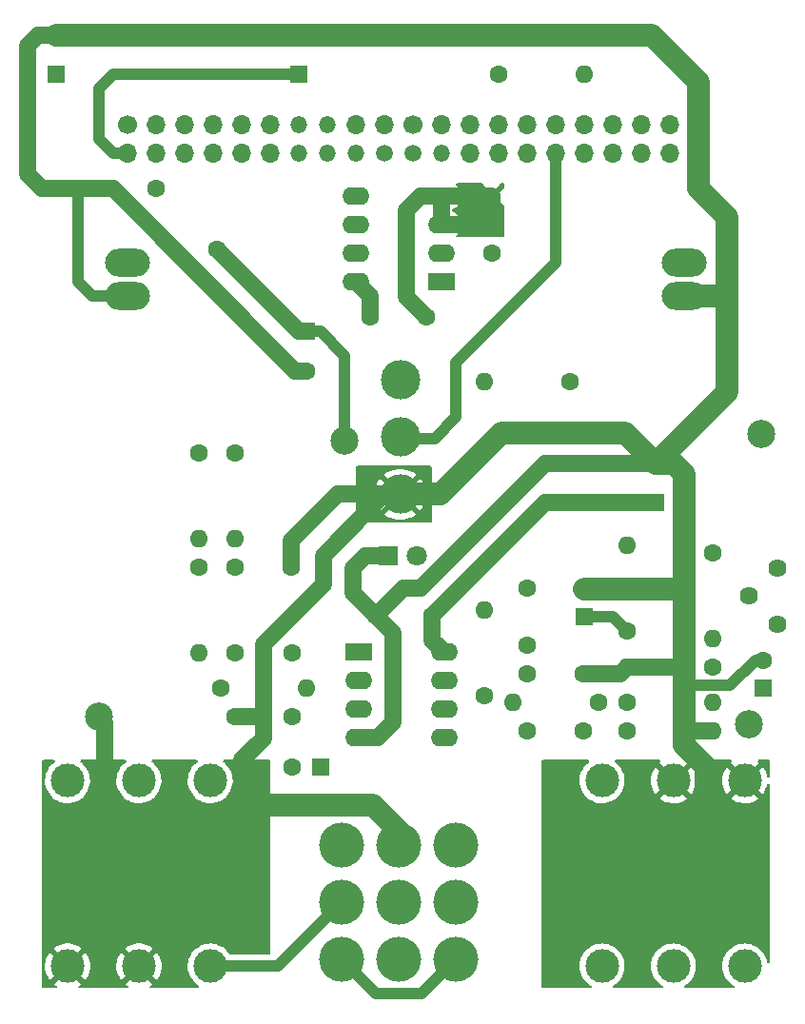
<source format=gbr>
%TF.GenerationSoftware,KiCad,Pcbnew,(6.0.6-0)*%
%TF.CreationDate,2022-07-13T00:54:31+01:00*%
%TF.ProjectId,pedal-pi-Robin,70656461-6c2d-4706-992d-526f62696e2e,rev?*%
%TF.SameCoordinates,Original*%
%TF.FileFunction,Copper,L2,Bot*%
%TF.FilePolarity,Positive*%
%FSLAX46Y46*%
G04 Gerber Fmt 4.6, Leading zero omitted, Abs format (unit mm)*
G04 Created by KiCad (PCBNEW (6.0.6-0)) date 2022-07-13 00:54:31*
%MOMM*%
%LPD*%
G01*
G04 APERTURE LIST*
G04 Aperture macros list*
%AMHorizOval*
0 Thick line with rounded ends*
0 $1 width*
0 $2 $3 position (X,Y) of the first rounded end (center of the circle)*
0 $4 $5 position (X,Y) of the second rounded end (center of the circle)*
0 Add line between two ends*
20,1,$1,$2,$3,$4,$5,0*
0 Add two circle primitives to create the rounded ends*
1,1,$1,$2,$3*
1,1,$1,$4,$5*%
G04 Aperture macros list end*
%TA.AperFunction,ComponentPad*%
%ADD10C,1.600000*%
%TD*%
%TA.AperFunction,ComponentPad*%
%ADD11R,1.600000X1.600000*%
%TD*%
%TA.AperFunction,ComponentPad*%
%ADD12C,1.500000*%
%TD*%
%TA.AperFunction,ComponentPad*%
%ADD13O,1.500000X1.500000*%
%TD*%
%TA.AperFunction,ComponentPad*%
%ADD14O,1.700000X1.700000*%
%TD*%
%TA.AperFunction,ComponentPad*%
%ADD15C,1.700000*%
%TD*%
%TA.AperFunction,ComponentPad*%
%ADD16R,1.800000X1.800000*%
%TD*%
%TA.AperFunction,ComponentPad*%
%ADD17C,1.800000*%
%TD*%
%TA.AperFunction,ComponentPad*%
%ADD18C,2.499360*%
%TD*%
%TA.AperFunction,ComponentPad*%
%ADD19R,2.400000X1.600000*%
%TD*%
%TA.AperFunction,ComponentPad*%
%ADD20O,2.400000X1.600000*%
%TD*%
%TA.AperFunction,ComponentPad*%
%ADD21C,3.000000*%
%TD*%
%TA.AperFunction,ComponentPad*%
%ADD22O,1.600000X1.600000*%
%TD*%
%TA.AperFunction,ComponentPad*%
%ADD23HorizOval,1.600000X0.000000X0.000000X0.000000X0.000000X0*%
%TD*%
%TA.AperFunction,ComponentPad*%
%ADD24O,4.000000X2.500000*%
%TD*%
%TA.AperFunction,ComponentPad*%
%ADD25C,3.500000*%
%TD*%
%TA.AperFunction,ComponentPad*%
%ADD26C,1.620000*%
%TD*%
%TA.AperFunction,ComponentPad*%
%ADD27C,4.000000*%
%TD*%
%TA.AperFunction,Conductor*%
%ADD28C,1.500000*%
%TD*%
%TA.AperFunction,Conductor*%
%ADD29C,1.000000*%
%TD*%
%TA.AperFunction,Conductor*%
%ADD30C,2.000000*%
%TD*%
G04 APERTURE END LIST*
D10*
%TO.P,C1,1*%
%TO.N,/FX In*%
X157480000Y-119380000D03*
%TO.P,C1,2*%
%TO.N,Net-(C1-Pad2)*%
X162480000Y-119380000D03*
%TD*%
%TO.P,C2,1*%
%TO.N,Net-(C2-Pad1)*%
X157480000Y-114300000D03*
%TO.P,C2,2*%
%TO.N,GND*%
X162480000Y-114300000D03*
%TD*%
D11*
%TO.P,C3,1*%
%TO.N,Net-(C3-Pad1)*%
X162560000Y-109220000D03*
D10*
%TO.P,C3,2*%
%TO.N,GND*%
X162560000Y-106720000D03*
%TD*%
%TO.P,C4,1*%
%TO.N,/ADC0*%
X154305000Y-76835000D03*
%TO.P,C4,2*%
%TO.N,GND*%
X154305000Y-71835000D03*
%TD*%
%TO.P,C5,1*%
%TO.N,/ADC0*%
X157480000Y-106680000D03*
%TO.P,C5,2*%
%TO.N,Net-(C5-Pad2)*%
X157480000Y-111680000D03*
%TD*%
%TO.P,C6,1*%
%TO.N,Net-(C6-Pad1)*%
X131445000Y-104775000D03*
%TO.P,C6,2*%
%TO.N,GND*%
X136445000Y-104775000D03*
%TD*%
%TO.P,C7,1*%
%TO.N,Net-(C7-Pad1)*%
X136525000Y-118110000D03*
%TO.P,C7,2*%
%TO.N,GND*%
X131525000Y-118110000D03*
%TD*%
%TO.P,C8,1*%
%TO.N,Net-(C8-Pad1)*%
X136525000Y-112395000D03*
%TO.P,C8,2*%
%TO.N,Net-(C8-Pad2)*%
X131525000Y-112395000D03*
%TD*%
D11*
%TO.P,C9,1*%
%TO.N,Net-(C8-Pad1)*%
X139065000Y-122555000D03*
D10*
%TO.P,C9,2*%
%TO.N,/FX Out*%
X136565000Y-122555000D03*
%TD*%
%TO.P,C10,1*%
%TO.N,+5VA*%
X149047200Y-109131100D03*
%TO.P,C10,2*%
%TO.N,GND*%
X144047200Y-109131100D03*
%TD*%
D11*
%TO.P,C11,1*%
%TO.N,+5V*%
X137160000Y-60960000D03*
D10*
%TO.P,C11,2*%
%TO.N,GND*%
X137160000Y-57460000D03*
%TD*%
D11*
%TO.P,C12,1*%
%TO.N,+5VA*%
X168910000Y-99060000D03*
D10*
%TO.P,C12,2*%
%TO.N,GND*%
X168910000Y-95560000D03*
%TD*%
D11*
%TO.P,C13,1*%
%TO.N,+3V3*%
X115570000Y-60960000D03*
D10*
%TO.P,C13,2*%
%TO.N,GND*%
X115570000Y-57460000D03*
%TD*%
D11*
%TO.P,C14,1*%
%TO.N,+3.3VADC*%
X137795000Y-83820000D03*
D10*
%TO.P,C14,2*%
%TO.N,GND*%
X137795000Y-87320000D03*
%TD*%
%TO.P,C15,1*%
%TO.N,+3.3VADC*%
X143510000Y-82550000D03*
%TO.P,C15,2*%
%TO.N,GND*%
X148510000Y-82550000D03*
%TD*%
D11*
%TO.P,C16,1*%
%TO.N,+1V5*%
X178435000Y-115570000D03*
D10*
%TO.P,C16,2*%
%TO.N,GND*%
X178435000Y-113070000D03*
%TD*%
D12*
%TO.P,CONN1,1*%
%TO.N,Net-(CONN1-Pad1)*%
X144780000Y-67945000D03*
D13*
%TO.P,CONN1,2*%
%TO.N,Net-(CONN1-Pad2)*%
X142240000Y-67945000D03*
%TO.P,CONN1,3*%
%TO.N,Net-(CONN1-Pad3)*%
X139700000Y-67945000D03*
%TO.P,CONN1,4*%
%TO.N,Net-(CONN1-Pad4)*%
X137160000Y-67945000D03*
D14*
%TO.P,CONN1,5*%
%TO.N,/PWM0*%
X134620000Y-67945000D03*
%TO.P,CONN1,6*%
%TO.N,/GPIO15*%
X132080000Y-67945000D03*
%TO.P,CONN1,7*%
%TO.N,/GPIO14*%
X129540000Y-67945000D03*
%TO.P,CONN1,8*%
%TO.N,Net-(CONN1-Pad8)*%
X127000000Y-67945000D03*
%TO.P,CONN1,9*%
%TO.N,Net-(CONN1-Pad9)*%
X124460000Y-67945000D03*
%TO.P,CONN1,10*%
%TO.N,+5V*%
X121920000Y-67945000D03*
%TD*%
D12*
%TO.P,CONN2,1*%
%TO.N,Net-(CONN2-Pad1)*%
X147320000Y-67945000D03*
D13*
%TO.P,CONN2,2*%
%TO.N,/SPI_CS*%
X149860000Y-67945000D03*
D14*
%TO.P,CONN2,3*%
%TO.N,Net-(CONN2-Pad3)*%
X152400000Y-67945000D03*
%TO.P,CONN2,4*%
%TO.N,Net-(CONN2-Pad4)*%
X154940000Y-67945000D03*
%TO.P,CONN2,5*%
%TO.N,Net-(CONN2-Pad5)*%
X157480000Y-67945000D03*
%TO.P,CONN2,6*%
%TO.N,/GPIO12*%
X160020000Y-67945000D03*
%TO.P,CONN2,7*%
%TO.N,Net-(CONN2-Pad7)*%
X162560000Y-67945000D03*
%TO.P,CONN2,8*%
%TO.N,/GPIO16*%
X165100000Y-67945000D03*
%TO.P,CONN2,9*%
%TO.N,/GPIO20*%
X167640000Y-67945000D03*
%TO.P,CONN2,10*%
%TO.N,Net-(CONN2-Pad10)*%
X170180000Y-67945000D03*
%TD*%
D15*
%TO.P,CONN3,1*%
%TO.N,+3V3*%
X121920000Y-65405000D03*
D14*
%TO.P,CONN3,2*%
%TO.N,Net-(CONN3-Pad2)*%
X124460000Y-65405000D03*
%TO.P,CONN3,3*%
%TO.N,Net-(CONN3-Pad3)*%
X127000000Y-65405000D03*
%TO.P,CONN3,4*%
%TO.N,Net-(CONN3-Pad4)*%
X129540000Y-65405000D03*
%TO.P,CONN3,5*%
%TO.N,GND*%
X132080000Y-65405000D03*
%TO.P,CONN3,6*%
%TO.N,Net-(CONN3-Pad6)*%
X134620000Y-65405000D03*
D13*
%TO.P,CONN3,7*%
%TO.N,Net-(CONN3-Pad7)*%
X137160000Y-65405000D03*
%TO.P,CONN3,8*%
%TO.N,Net-(CONN3-Pad8)*%
X139700000Y-65405000D03*
D14*
%TO.P,CONN3,9*%
%TO.N,Net-(CONN3-Pad9)*%
X142240000Y-65405000D03*
%TO.P,CONN3,10*%
%TO.N,/SPI_MOSI*%
X144780000Y-65405000D03*
%TD*%
D15*
%TO.P,CONN4,1*%
%TO.N,/SPI_MISO*%
X147320000Y-65405000D03*
D14*
%TO.P,CONN4,2*%
%TO.N,/SPI_CLK*%
X149860000Y-65405000D03*
%TO.P,CONN4,3*%
%TO.N,Net-(CONN4-Pad3)*%
X152400000Y-65405000D03*
%TO.P,CONN4,4*%
%TO.N,Net-(CONN4-Pad4)*%
X154940000Y-65405000D03*
%TO.P,CONN4,5*%
%TO.N,Net-(CONN4-Pad5)*%
X157480000Y-65405000D03*
%TO.P,CONN4,6*%
%TO.N,Net-(CONN4-Pad6)*%
X160020000Y-65405000D03*
%TO.P,CONN4,7*%
%TO.N,/PWM1*%
X162560000Y-65405000D03*
%TO.P,CONN4,8*%
%TO.N,Net-(CONN4-Pad8)*%
X165100000Y-65405000D03*
%TO.P,CONN4,9*%
%TO.N,Net-(CONN4-Pad9)*%
X167640000Y-65405000D03*
%TO.P,CONN4,10*%
%TO.N,Net-(CONN4-Pad10)*%
X170180000Y-65405000D03*
%TD*%
D16*
%TO.P,D3,1*%
%TO.N,GND*%
X145135600Y-103797100D03*
D17*
%TO.P,D3,2*%
%TO.N,Net-(D3-Pad2)*%
X147675600Y-103797100D03*
%TD*%
D18*
%TO.P,GND,1*%
%TO.N,GND*%
X119380000Y-118110000D03*
%TD*%
%TO.P,+1V6,1*%
%TO.N,+1V5*%
X177165000Y-118745000D03*
%TD*%
%TO.P,+5v,1*%
%TO.N,+5VA*%
X178308000Y-92964000D03*
%TD*%
%TO.P,+3v3,1*%
%TO.N,+3.3VADC*%
X141224000Y-93484700D03*
%TD*%
D19*
%TO.P,U1,1*%
%TO.N,Net-(C8-Pad1)*%
X142468600Y-112331500D03*
D20*
%TO.P,U1,2*%
X142468600Y-114871500D03*
%TO.P,U1,3*%
%TO.N,Net-(C7-Pad1)*%
X142468600Y-117411500D03*
%TO.P,U1,4*%
%TO.N,GND*%
X142468600Y-119951500D03*
%TO.P,U1,5*%
%TO.N,Net-(C2-Pad1)*%
X150088600Y-119951500D03*
%TO.P,U1,6*%
%TO.N,Net-(C5-Pad2)*%
X150088600Y-117411500D03*
%TO.P,U1,7*%
%TO.N,/ADC0*%
X150088600Y-114871500D03*
%TO.P,U1,8*%
%TO.N,+5VA*%
X150088600Y-112331500D03*
%TD*%
D19*
%TO.P,U2,1*%
%TO.N,/SPI_CS*%
X149860000Y-79375000D03*
D20*
%TO.P,U2,2*%
%TO.N,/ADC0*%
X149860000Y-76835000D03*
%TO.P,U2,3*%
%TO.N,GND*%
X149860000Y-74295000D03*
%TO.P,U2,4*%
X149860000Y-71755000D03*
%TO.P,U2,5*%
%TO.N,/SPI_MOSI*%
X142240000Y-71755000D03*
%TO.P,U2,6*%
%TO.N,/SPI_MISO*%
X142240000Y-74295000D03*
%TO.P,U2,7*%
%TO.N,/SPI_CLK*%
X142240000Y-76835000D03*
%TO.P,U2,8*%
%TO.N,+3.3VADC*%
X142240000Y-79375000D03*
%TD*%
D21*
%TO.P,J1,1*%
%TO.N,/Input Jack*%
X164147000Y-123766500D03*
%TO.P,J1,2*%
%TO.N,GND*%
X170497000Y-123766500D03*
%TO.P,J1,3*%
X176847000Y-123766500D03*
%TO.P,J1,4*%
%TO.N,N/C*%
X164147000Y-140266500D03*
%TO.P,J1,5*%
X170497000Y-140266500D03*
%TO.P,J1,6*%
X176847000Y-140266500D03*
%TD*%
%TO.P,J2,1*%
%TO.N,/Output JAck*%
X129286500Y-140266500D03*
%TO.P,J2,2*%
%TO.N,GND*%
X122936500Y-140266500D03*
%TO.P,J2,3*%
X116586500Y-140266500D03*
%TO.P,J2,4*%
%TO.N,N/C*%
X129286500Y-123766500D03*
%TO.P,J2,5*%
X122936500Y-123766500D03*
%TO.P,J2,6*%
X116586500Y-123766500D03*
%TD*%
D10*
%TO.P,R0,1*%
%TO.N,/FX In*%
X166370000Y-119380000D03*
D22*
%TO.P,R0,2*%
%TO.N,GND*%
X173990000Y-119380000D03*
%TD*%
D10*
%TO.P,R1,1*%
%TO.N,Net-(C1-Pad2)*%
X166370000Y-116840000D03*
D22*
%TO.P,R1,2*%
%TO.N,+1V5*%
X173990000Y-116840000D03*
%TD*%
D10*
%TO.P,R2,1*%
%TO.N,Net-(C1-Pad2)*%
X163830000Y-116840000D03*
D22*
%TO.P,R2,2*%
%TO.N,Net-(C2-Pad1)*%
X156210000Y-116840000D03*
%TD*%
D10*
%TO.P,R3,1*%
%TO.N,Net-(C3-Pad1)*%
X166370000Y-110490000D03*
D22*
%TO.P,R3,2*%
%TO.N,Net-(R3-Pad2)*%
X166370000Y-102870000D03*
%TD*%
D10*
%TO.P,R4,1*%
%TO.N,Net-(C5-Pad2)*%
X153670000Y-116205000D03*
D22*
%TO.P,R4,2*%
%TO.N,/ADC0*%
X153670000Y-108585000D03*
%TD*%
D10*
%TO.P,R6,1*%
%TO.N,/PWM0*%
X128270000Y-94615000D03*
D22*
%TO.P,R6,2*%
%TO.N,Net-(C6-Pad1)*%
X128270000Y-102235000D03*
%TD*%
D10*
%TO.P,R7,1*%
%TO.N,/PWM1*%
X131445000Y-94615000D03*
D22*
%TO.P,R7,2*%
%TO.N,Net-(C6-Pad1)*%
X131445000Y-102235000D03*
%TD*%
D10*
%TO.P,R9,1*%
%TO.N,Net-(C6-Pad1)*%
X128270000Y-104775000D03*
D22*
%TO.P,R9,2*%
%TO.N,Net-(C8-Pad2)*%
X128270000Y-112395000D03*
%TD*%
D10*
%TO.P,R10,1*%
%TO.N,Net-(C8-Pad2)*%
X130175000Y-115570000D03*
D22*
%TO.P,R10,2*%
%TO.N,Net-(C7-Pad1)*%
X137795000Y-115570000D03*
%TD*%
D10*
%TO.P,R11,1*%
%TO.N,+5VA*%
X173990000Y-103505000D03*
D22*
%TO.P,R11,2*%
%TO.N,+1V5*%
X173990000Y-111125000D03*
%TD*%
D10*
%TO.P,R12,1*%
%TO.N,+1V5*%
X173990000Y-113665000D03*
D22*
%TO.P,R12,2*%
%TO.N,GND*%
X166370000Y-113665000D03*
%TD*%
D10*
%TO.P,R13,1*%
%TO.N,+5V*%
X154940000Y-60960000D03*
D22*
%TO.P,R13,2*%
%TO.N,+5VA*%
X162560000Y-60960000D03*
%TD*%
D10*
%TO.P,R14,1*%
%TO.N,+3V3*%
X124460000Y-71120000D03*
D23*
%TO.P,R14,2*%
%TO.N,+3.3VADC*%
X129848154Y-76508154D03*
%TD*%
D10*
%TO.P,R15,1*%
%TO.N,/GPIO16*%
X161290000Y-88265000D03*
D22*
%TO.P,R15,2*%
%TO.N,Net-(D3-Pad2)*%
X153670000Y-88265000D03*
%TD*%
D24*
%TO.P,SW2,1*%
%TO.N,/GPIO20*%
X171450000Y-77645000D03*
%TO.P,SW2,2*%
%TO.N,GND*%
X171450000Y-80645000D03*
%TD*%
%TO.P,SW3,1*%
%TO.N,/GPIO14*%
X121920000Y-77645000D03*
%TO.P,SW3,2*%
%TO.N,GND*%
X121920000Y-80645000D03*
%TD*%
D25*
%TO.P,SW4,1*%
%TO.N,Net-(SW4-Pad1)*%
X146177000Y-88138000D03*
%TO.P,SW4,2*%
%TO.N,/GPIO12*%
X146177000Y-93218000D03*
%TO.P,SW4,3*%
%TO.N,GND*%
X146177000Y-98298000D03*
%TD*%
D26*
%TO.P,RV1,1*%
%TO.N,Net-(C5-Pad2)*%
X179705000Y-109855000D03*
%TO.P,RV1,2*%
X177205000Y-107355000D03*
%TO.P,RV1,3*%
%TO.N,Net-(R3-Pad2)*%
X179705000Y-104855000D03*
%TD*%
D27*
%TO.P,SW1,1*%
%TO.N,/FX Out*%
X140970000Y-129540000D03*
%TO.P,SW1,2*%
%TO.N,/Output JAck*%
X140970000Y-134620000D03*
%TO.P,SW1,3*%
%TO.N,/Bypass*%
X140970000Y-139700000D03*
%TO.P,SW1,4*%
%TO.N,GND*%
X146050000Y-129540000D03*
%TO.P,SW1,5*%
%TO.N,/GPIO15*%
X146050000Y-134620000D03*
%TO.P,SW1,6*%
%TO.N,Net-(SW1-Pad6)*%
X146050000Y-139700000D03*
%TO.P,SW1,7*%
%TO.N,/FX In*%
X151130000Y-129540000D03*
%TO.P,SW1,8*%
%TO.N,/Input Jack*%
X151130000Y-134620000D03*
%TO.P,SW1,9*%
%TO.N,/Bypass*%
X151130000Y-139700000D03*
%TD*%
D28*
%TO.N,GND*%
X113990000Y-57460000D02*
X113030000Y-58420000D01*
X113030000Y-58420000D02*
X113030000Y-69850000D01*
X113030000Y-69850000D02*
X114300000Y-71120000D01*
X114300000Y-71120000D02*
X117475000Y-71120000D01*
X120650000Y-71120000D02*
X136850000Y-87320000D01*
X136850000Y-87320000D02*
X137795000Y-87320000D01*
D29*
X118745000Y-80645000D02*
X117475000Y-79375000D01*
X117475000Y-79375000D02*
X117475000Y-71120000D01*
D28*
X117475000Y-71120000D02*
X120650000Y-71120000D01*
D30*
X168585000Y-57460000D02*
X172720000Y-61595000D01*
X172720000Y-61595000D02*
X172720000Y-71120000D01*
X172720000Y-71120000D02*
X175260000Y-73660000D01*
X175260000Y-73660000D02*
X175260000Y-80645000D01*
X175260000Y-89210000D02*
X168910000Y-95560000D01*
X175260000Y-80645000D02*
X175260000Y-89210000D01*
X170490000Y-95560000D02*
X171450000Y-96520000D01*
X171450000Y-96520000D02*
X171450000Y-101600000D01*
X171450000Y-120650000D02*
X173355000Y-122555000D01*
X173355000Y-122555000D02*
X173355000Y-125095000D01*
D28*
X171450000Y-119380000D02*
X172085000Y-119380000D01*
X172085000Y-119380000D02*
X171450000Y-119380000D01*
D30*
X171450000Y-119380000D02*
X171450000Y-120650000D01*
D28*
X165735000Y-114300000D02*
X166370000Y-113665000D01*
D30*
X171450000Y-113665000D02*
X171450000Y-115316000D01*
D28*
X159075000Y-95560000D02*
X147955000Y-106680000D01*
X147955000Y-106680000D02*
X146498300Y-106680000D01*
X146498300Y-106680000D02*
X144047200Y-109131100D01*
X133985000Y-120015000D02*
X132080000Y-121920000D01*
X132080000Y-121920000D02*
X132080000Y-125730000D01*
X132080000Y-125730000D02*
X130810000Y-127000000D01*
X147955000Y-71755000D02*
X146685000Y-73025000D01*
X146685000Y-73025000D02*
X146685000Y-80725000D01*
X146685000Y-80725000D02*
X148510000Y-82550000D01*
X154225000Y-71755000D02*
X154305000Y-71835000D01*
X154305000Y-74295000D02*
X154305000Y-71835000D01*
X143090900Y-103797100D02*
X141986000Y-104902000D01*
X141986000Y-104902000D02*
X141986000Y-107069900D01*
X141986000Y-107069900D02*
X144047200Y-109131100D01*
X145542000Y-110625900D02*
X145542000Y-118618000D01*
X145542000Y-118618000D02*
X144208500Y-119951500D01*
X144208500Y-119951500D02*
X142468600Y-119951500D01*
D30*
X171450000Y-106720000D02*
X171450000Y-106680000D01*
X171450000Y-106680000D02*
X171450000Y-113665000D01*
D29*
X177760000Y-113070000D02*
X175514000Y-115316000D01*
X175514000Y-115316000D02*
X171450000Y-115316000D01*
X171450000Y-115316000D02*
X171704000Y-115316000D01*
X171704000Y-115316000D02*
X171450000Y-115316000D01*
D30*
X171450000Y-115316000D02*
X171450000Y-119380000D01*
X146050000Y-128270000D02*
X143764000Y-125984000D01*
X143764000Y-125984000D02*
X132334000Y-125984000D01*
X132334000Y-125984000D02*
X132080000Y-125730000D01*
D28*
X133985000Y-118110000D02*
X133350000Y-118110000D01*
X133350000Y-118110000D02*
X133985000Y-118110000D01*
X133985000Y-118110000D02*
X133985000Y-120015000D01*
D30*
X166187000Y-92837000D02*
X155194000Y-92837000D01*
X155194000Y-92837000D02*
X149733000Y-98298000D01*
X149733000Y-98298000D02*
X146177000Y-98298000D01*
D28*
X133985000Y-111633000D02*
X139319000Y-106299000D01*
X139319000Y-106299000D02*
X139319000Y-103759000D01*
X139319000Y-103759000D02*
X143510000Y-99568000D01*
X144780000Y-98298000D02*
X146177000Y-98298000D01*
X136445000Y-102442000D02*
X140589000Y-98298000D01*
X140589000Y-98298000D02*
X143002000Y-98298000D01*
X143002000Y-98298000D02*
X146177000Y-98298000D01*
X143510000Y-99568000D02*
X144780000Y-98298000D01*
X119888000Y-118618000D02*
X119888000Y-125730000D01*
X119380000Y-118110000D02*
X119888000Y-118618000D01*
X149860000Y-71755000D02*
X147955000Y-71755000D01*
X115570000Y-57460000D02*
X113990000Y-57460000D01*
D30*
X171450000Y-80645000D02*
X175260000Y-80645000D01*
D28*
X145135600Y-103797100D02*
X143090900Y-103797100D01*
D30*
X168910000Y-95560000D02*
X170490000Y-95560000D01*
D28*
X149860000Y-71755000D02*
X154225000Y-71755000D01*
D30*
X146050000Y-129540000D02*
X146050000Y-128270000D01*
D28*
X149860000Y-74295000D02*
X154305000Y-74295000D01*
X149860000Y-74295000D02*
X149860000Y-71755000D01*
X131525000Y-118110000D02*
X133985000Y-118110000D01*
X166370000Y-113665000D02*
X171450000Y-113665000D01*
D30*
X171450000Y-101600000D02*
X171450000Y-106680000D01*
D28*
X162480000Y-114300000D02*
X165735000Y-114300000D01*
X173990000Y-119380000D02*
X171450000Y-119380000D01*
D29*
X121920000Y-80645000D02*
X118745000Y-80645000D01*
D30*
X162560000Y-106720000D02*
X171450000Y-106720000D01*
D29*
X178435000Y-113070000D02*
X177760000Y-113070000D01*
D30*
X168910000Y-95560000D02*
X166187000Y-92837000D01*
D28*
X168910000Y-95560000D02*
X159075000Y-95560000D01*
X136445000Y-104775000D02*
X136445000Y-102442000D01*
D30*
X137160000Y-57460000D02*
X168585000Y-57460000D01*
D28*
X144047200Y-109131100D02*
X145542000Y-110625900D01*
X133985000Y-118110000D02*
X133985000Y-111633000D01*
D30*
X115570000Y-57460000D02*
X137160000Y-57460000D01*
D29*
%TO.N,Net-(C3-Pad1)*%
X165100000Y-109220000D02*
X166370000Y-110490000D01*
X162560000Y-109220000D02*
X165100000Y-109220000D01*
D28*
%TO.N,+5VA*%
X159118300Y-99060000D02*
X149047200Y-109131100D01*
X149047200Y-111290100D02*
X150088600Y-112331500D01*
X168910000Y-99060000D02*
X159118300Y-99060000D01*
X149047200Y-109131100D02*
X149047200Y-111290100D01*
D29*
%TO.N,+5V*%
X120650000Y-60960000D02*
X119380000Y-62230000D01*
X119380000Y-62230000D02*
X119380000Y-66675000D01*
X119380000Y-66675000D02*
X120650000Y-67945000D01*
X120650000Y-67945000D02*
X121920000Y-67945000D01*
X137160000Y-60960000D02*
X120650000Y-60960000D01*
%TO.N,+3.3VADC*%
X141224000Y-85979000D02*
X139065000Y-83820000D01*
X139065000Y-83820000D02*
X137795000Y-83820000D01*
D28*
X137160000Y-83820000D02*
X129848154Y-76508154D01*
X143510000Y-80645000D02*
X142240000Y-79375000D01*
X137795000Y-83820000D02*
X137160000Y-83820000D01*
X143510000Y-82550000D02*
X143510000Y-80645000D01*
D29*
X141224000Y-93484700D02*
X141224000Y-85979000D01*
%TO.N,/GPIO12*%
X149225000Y-93345000D02*
X151130000Y-91440000D01*
X151130000Y-91440000D02*
X151130000Y-86614000D01*
X151130000Y-86614000D02*
X160020000Y-77724000D01*
X160020000Y-77724000D02*
X160020000Y-67945000D01*
X146050000Y-93345000D02*
X149225000Y-93345000D01*
%TO.N,/Output JAck*%
X135323500Y-140266500D02*
X140970000Y-134620000D01*
X129286500Y-140266500D02*
X135323500Y-140266500D01*
%TO.N,/Bypass*%
X144018000Y-142748000D02*
X148082000Y-142748000D01*
X148082000Y-142748000D02*
X151130000Y-139700000D01*
X140970000Y-139700000D02*
X144018000Y-142748000D01*
%TD*%
%TA.AperFunction,Conductor*%
%TO.N,GND*%
G36*
X115404583Y-121940002D02*
G01*
X115451076Y-121993658D01*
X115461180Y-122063932D01*
X115431686Y-122128512D01*
X115409720Y-122148515D01*
X115308076Y-122221151D01*
X115304849Y-122224229D01*
X115304847Y-122224231D01*
X115265182Y-122262070D01*
X115103088Y-122416699D01*
X114927699Y-122639180D01*
X114897112Y-122691840D01*
X114787641Y-122880307D01*
X114787638Y-122880313D01*
X114785407Y-122884154D01*
X114679052Y-123146732D01*
X114677981Y-123151045D01*
X114677979Y-123151050D01*
X114664093Y-123206953D01*
X114610755Y-123421677D01*
X114610301Y-123426105D01*
X114610301Y-123426107D01*
X114604379Y-123483907D01*
X114581880Y-123703502D01*
X114593002Y-123986584D01*
X114643900Y-124265275D01*
X114733558Y-124534014D01*
X114860187Y-124787439D01*
X115021261Y-125020493D01*
X115213565Y-125228527D01*
X115217019Y-125231339D01*
X115429807Y-125404575D01*
X115429811Y-125404578D01*
X115433264Y-125407389D01*
X115675972Y-125553512D01*
X115680067Y-125555246D01*
X115680069Y-125555247D01*
X115932747Y-125662242D01*
X115932754Y-125662244D01*
X115936848Y-125663978D01*
X116036992Y-125690531D01*
X116206389Y-125735446D01*
X116206393Y-125735447D01*
X116210686Y-125736585D01*
X116215095Y-125737107D01*
X116215101Y-125737108D01*
X116372453Y-125755732D01*
X116492023Y-125769884D01*
X116775245Y-125763209D01*
X116779643Y-125762477D01*
X117050310Y-125717426D01*
X117050314Y-125717425D01*
X117054700Y-125716695D01*
X117058941Y-125715354D01*
X117058944Y-125715353D01*
X117320568Y-125632612D01*
X117320570Y-125632611D01*
X117324814Y-125631269D01*
X117328825Y-125629343D01*
X117328830Y-125629341D01*
X117576178Y-125510566D01*
X117576179Y-125510565D01*
X117580197Y-125508636D01*
X117728281Y-125409690D01*
X117812045Y-125353721D01*
X117812049Y-125353718D01*
X117815753Y-125351243D01*
X118026781Y-125162230D01*
X118209073Y-124945368D01*
X118358989Y-124704985D01*
X118473540Y-124445876D01*
X118550439Y-124173212D01*
X118588152Y-123892433D01*
X118592110Y-123766500D01*
X118572101Y-123483907D01*
X118558704Y-123421677D01*
X118513411Y-123211300D01*
X118513411Y-123211298D01*
X118512475Y-123206953D01*
X118414420Y-122941163D01*
X118279893Y-122691840D01*
X118111578Y-122463960D01*
X118065054Y-122416699D01*
X117915965Y-122265251D01*
X117912834Y-122262070D01*
X117909294Y-122259369D01*
X117909288Y-122259363D01*
X117760960Y-122146163D01*
X117718943Y-122088935D01*
X117714535Y-122018075D01*
X117749138Y-121956081D01*
X117811763Y-121922636D01*
X117837402Y-121920000D01*
X121686462Y-121920000D01*
X121754583Y-121940002D01*
X121801076Y-121993658D01*
X121811180Y-122063932D01*
X121781686Y-122128512D01*
X121759720Y-122148515D01*
X121658076Y-122221151D01*
X121654849Y-122224229D01*
X121654847Y-122224231D01*
X121615182Y-122262070D01*
X121453088Y-122416699D01*
X121277699Y-122639180D01*
X121247112Y-122691840D01*
X121137641Y-122880307D01*
X121137638Y-122880313D01*
X121135407Y-122884154D01*
X121029052Y-123146732D01*
X121027981Y-123151045D01*
X121027979Y-123151050D01*
X121014093Y-123206953D01*
X120960755Y-123421677D01*
X120960301Y-123426105D01*
X120960301Y-123426107D01*
X120954379Y-123483907D01*
X120931880Y-123703502D01*
X120943002Y-123986584D01*
X120993900Y-124265275D01*
X121083558Y-124534014D01*
X121210187Y-124787439D01*
X121371261Y-125020493D01*
X121563565Y-125228527D01*
X121567019Y-125231339D01*
X121779807Y-125404575D01*
X121779811Y-125404578D01*
X121783264Y-125407389D01*
X122025972Y-125553512D01*
X122030067Y-125555246D01*
X122030069Y-125555247D01*
X122282747Y-125662242D01*
X122282754Y-125662244D01*
X122286848Y-125663978D01*
X122386992Y-125690531D01*
X122556389Y-125735446D01*
X122556393Y-125735447D01*
X122560686Y-125736585D01*
X122565095Y-125737107D01*
X122565101Y-125737108D01*
X122722453Y-125755732D01*
X122842023Y-125769884D01*
X123125245Y-125763209D01*
X123129643Y-125762477D01*
X123400310Y-125717426D01*
X123400314Y-125717425D01*
X123404700Y-125716695D01*
X123408941Y-125715354D01*
X123408944Y-125715353D01*
X123670568Y-125632612D01*
X123670570Y-125632611D01*
X123674814Y-125631269D01*
X123678825Y-125629343D01*
X123678830Y-125629341D01*
X123926178Y-125510566D01*
X123926179Y-125510565D01*
X123930197Y-125508636D01*
X124078281Y-125409690D01*
X124162045Y-125353721D01*
X124162049Y-125353718D01*
X124165753Y-125351243D01*
X124376781Y-125162230D01*
X124559073Y-124945368D01*
X124708989Y-124704985D01*
X124823540Y-124445876D01*
X124900439Y-124173212D01*
X124938152Y-123892433D01*
X124942110Y-123766500D01*
X124922101Y-123483907D01*
X124908704Y-123421677D01*
X124863411Y-123211300D01*
X124863411Y-123211298D01*
X124862475Y-123206953D01*
X124764420Y-122941163D01*
X124629893Y-122691840D01*
X124461578Y-122463960D01*
X124415054Y-122416699D01*
X124265965Y-122265251D01*
X124262834Y-122262070D01*
X124259294Y-122259369D01*
X124259288Y-122259363D01*
X124110960Y-122146163D01*
X124068943Y-122088935D01*
X124064535Y-122018075D01*
X124099138Y-121956081D01*
X124161763Y-121922636D01*
X124187402Y-121920000D01*
X128036462Y-121920000D01*
X128104583Y-121940002D01*
X128151076Y-121993658D01*
X128161180Y-122063932D01*
X128131686Y-122128512D01*
X128109720Y-122148515D01*
X128008076Y-122221151D01*
X128004849Y-122224229D01*
X128004847Y-122224231D01*
X127965182Y-122262070D01*
X127803088Y-122416699D01*
X127627699Y-122639180D01*
X127597112Y-122691840D01*
X127487641Y-122880307D01*
X127487638Y-122880313D01*
X127485407Y-122884154D01*
X127379052Y-123146732D01*
X127377981Y-123151045D01*
X127377979Y-123151050D01*
X127364093Y-123206953D01*
X127310755Y-123421677D01*
X127310301Y-123426105D01*
X127310301Y-123426107D01*
X127304379Y-123483907D01*
X127281880Y-123703502D01*
X127293002Y-123986584D01*
X127343900Y-124265275D01*
X127433558Y-124534014D01*
X127560187Y-124787439D01*
X127721261Y-125020493D01*
X127913565Y-125228527D01*
X127917019Y-125231339D01*
X128129807Y-125404575D01*
X128129811Y-125404578D01*
X128133264Y-125407389D01*
X128375972Y-125553512D01*
X128380067Y-125555246D01*
X128380069Y-125555247D01*
X128632747Y-125662242D01*
X128632754Y-125662244D01*
X128636848Y-125663978D01*
X128736992Y-125690531D01*
X128906389Y-125735446D01*
X128906393Y-125735447D01*
X128910686Y-125736585D01*
X128915095Y-125737107D01*
X128915101Y-125737108D01*
X129072453Y-125755732D01*
X129192023Y-125769884D01*
X129475245Y-125763209D01*
X129479643Y-125762477D01*
X129750310Y-125717426D01*
X129750314Y-125717425D01*
X129754700Y-125716695D01*
X129758941Y-125715354D01*
X129758944Y-125715353D01*
X130020568Y-125632612D01*
X130020570Y-125632611D01*
X130024814Y-125631269D01*
X130028825Y-125629343D01*
X130028830Y-125629341D01*
X130276178Y-125510566D01*
X130276179Y-125510565D01*
X130280197Y-125508636D01*
X130428281Y-125409690D01*
X130512045Y-125353721D01*
X130512049Y-125353718D01*
X130515753Y-125351243D01*
X130726781Y-125162230D01*
X130909073Y-124945368D01*
X131058989Y-124704985D01*
X131173540Y-124445876D01*
X131250439Y-124173212D01*
X131288152Y-123892433D01*
X131292110Y-123766500D01*
X131272101Y-123483907D01*
X131258704Y-123421677D01*
X131213411Y-123211300D01*
X131213411Y-123211298D01*
X131212475Y-123206953D01*
X131114420Y-122941163D01*
X130979893Y-122691840D01*
X130811578Y-122463960D01*
X130765054Y-122416699D01*
X130615965Y-122265251D01*
X130612834Y-122262070D01*
X130609294Y-122259369D01*
X130609288Y-122259363D01*
X130460960Y-122146163D01*
X130418943Y-122088935D01*
X130414535Y-122018075D01*
X130449138Y-121956081D01*
X130511763Y-121922636D01*
X130537402Y-121920000D01*
X134494000Y-121920000D01*
X134562121Y-121940002D01*
X134608614Y-121993658D01*
X134620000Y-122046000D01*
X134620000Y-139140000D01*
X134599998Y-139208121D01*
X134546342Y-139254614D01*
X134494000Y-139266000D01*
X131095093Y-139266000D01*
X131026972Y-139245998D01*
X130984207Y-139199835D01*
X130982015Y-139195772D01*
X130982012Y-139195767D01*
X130979893Y-139191840D01*
X130977242Y-139188252D01*
X130977239Y-139188246D01*
X130814231Y-138967552D01*
X130811578Y-138963960D01*
X130765054Y-138916699D01*
X130615965Y-138765251D01*
X130612834Y-138762070D01*
X130609294Y-138759369D01*
X130609288Y-138759363D01*
X130391167Y-138592898D01*
X130391163Y-138592895D01*
X130387626Y-138590196D01*
X130323679Y-138554384D01*
X130144337Y-138453948D01*
X130144332Y-138453945D01*
X130140447Y-138451770D01*
X130136289Y-138450162D01*
X130136284Y-138450159D01*
X129880385Y-138351159D01*
X129880379Y-138351157D01*
X129876230Y-138349552D01*
X129871898Y-138348548D01*
X129871895Y-138348547D01*
X129796641Y-138331104D01*
X129600247Y-138285582D01*
X129318003Y-138261137D01*
X129313568Y-138261381D01*
X129313564Y-138261381D01*
X129039573Y-138276460D01*
X129039566Y-138276461D01*
X129035130Y-138276705D01*
X128897243Y-138304132D01*
X128761646Y-138331104D01*
X128761641Y-138331105D01*
X128757274Y-138331974D01*
X128753071Y-138333450D01*
X128494184Y-138424364D01*
X128494181Y-138424365D01*
X128489976Y-138425842D01*
X128486023Y-138427895D01*
X128486017Y-138427898D01*
X128375934Y-138485082D01*
X128238572Y-138556436D01*
X128234957Y-138559019D01*
X128234951Y-138559023D01*
X128154574Y-138616462D01*
X128008076Y-138721151D01*
X128004849Y-138724229D01*
X128004847Y-138724231D01*
X127965182Y-138762070D01*
X127803088Y-138916699D01*
X127627699Y-139139180D01*
X127576295Y-139227678D01*
X127487641Y-139380307D01*
X127487638Y-139380313D01*
X127485407Y-139384154D01*
X127379052Y-139646732D01*
X127377981Y-139651045D01*
X127377979Y-139651050D01*
X127315620Y-139902092D01*
X127310755Y-139921677D01*
X127281880Y-140203502D01*
X127293002Y-140486584D01*
X127343900Y-140765275D01*
X127345309Y-140769498D01*
X127410141Y-140963823D01*
X127433558Y-141034014D01*
X127435550Y-141038001D01*
X127435551Y-141038003D01*
X127496180Y-141159340D01*
X127560187Y-141287439D01*
X127721261Y-141520493D01*
X127913565Y-141728527D01*
X127917019Y-141731339D01*
X128129807Y-141904575D01*
X128129811Y-141904578D01*
X128133264Y-141907389D01*
X128208992Y-141952981D01*
X128257032Y-142005250D01*
X128270000Y-142060925D01*
X128270000Y-142114000D01*
X128249998Y-142182121D01*
X128196342Y-142228614D01*
X128144000Y-142240000D01*
X124004644Y-142240000D01*
X123936523Y-142219998D01*
X123890030Y-142166342D01*
X123879926Y-142096068D01*
X123909420Y-142031488D01*
X123941073Y-142005212D01*
X124064098Y-141933322D01*
X124071179Y-141928509D01*
X124151155Y-141865801D01*
X124159625Y-141853942D01*
X124153108Y-141842318D01*
X122949312Y-140638522D01*
X122935368Y-140630908D01*
X122933535Y-140631039D01*
X122926920Y-140635290D01*
X121719410Y-141842800D01*
X121712118Y-141856154D01*
X121719173Y-141866127D01*
X121750179Y-141892051D01*
X121757108Y-141897086D01*
X121932746Y-142007263D01*
X121979824Y-142060406D01*
X121990696Y-142130565D01*
X121961912Y-142195465D01*
X121902610Y-142234500D01*
X121865790Y-142240000D01*
X117654644Y-142240000D01*
X117586523Y-142219998D01*
X117540030Y-142166342D01*
X117529926Y-142096068D01*
X117559420Y-142031488D01*
X117591073Y-142005212D01*
X117714098Y-141933322D01*
X117721179Y-141928509D01*
X117801155Y-141865801D01*
X117809625Y-141853942D01*
X117803108Y-141842318D01*
X116599312Y-140638522D01*
X116585368Y-140630908D01*
X116583535Y-140631039D01*
X116576920Y-140635290D01*
X115369410Y-141842800D01*
X115362118Y-141856154D01*
X115369173Y-141866127D01*
X115400179Y-141892051D01*
X115407108Y-141897086D01*
X115582746Y-142007263D01*
X115629824Y-142060406D01*
X115640696Y-142130565D01*
X115611912Y-142195465D01*
X115552610Y-142234500D01*
X115515790Y-142240000D01*
X114426000Y-142240000D01*
X114357879Y-142219998D01*
X114311386Y-142166342D01*
X114300000Y-142114000D01*
X114300000Y-140249704D01*
X114574165Y-140249704D01*
X114589432Y-140514469D01*
X114590505Y-140522970D01*
X114641565Y-140783222D01*
X114643776Y-140791474D01*
X114729684Y-141042394D01*
X114732999Y-141050279D01*
X114852164Y-141287213D01*
X114856520Y-141294579D01*
X114985847Y-141482750D01*
X114996101Y-141491094D01*
X115009842Y-141483948D01*
X116214478Y-140279312D01*
X116220856Y-140267632D01*
X116950908Y-140267632D01*
X116951039Y-140269465D01*
X116955290Y-140276080D01*
X118162230Y-141483020D01*
X118174439Y-141489687D01*
X118185939Y-141480997D01*
X118283331Y-141348413D01*
X118287918Y-141341185D01*
X118414462Y-141108121D01*
X118418030Y-141100327D01*
X118511771Y-140852250D01*
X118514248Y-140844044D01*
X118573454Y-140585538D01*
X118574794Y-140577077D01*
X118598531Y-140311116D01*
X118598777Y-140306177D01*
X118599166Y-140268985D01*
X118599023Y-140264019D01*
X118598047Y-140249704D01*
X120924165Y-140249704D01*
X120939432Y-140514469D01*
X120940505Y-140522970D01*
X120991565Y-140783222D01*
X120993776Y-140791474D01*
X121079684Y-141042394D01*
X121082999Y-141050279D01*
X121202164Y-141287213D01*
X121206520Y-141294579D01*
X121335847Y-141482750D01*
X121346101Y-141491094D01*
X121359842Y-141483948D01*
X122564478Y-140279312D01*
X122570856Y-140267632D01*
X123300908Y-140267632D01*
X123301039Y-140269465D01*
X123305290Y-140276080D01*
X124512230Y-141483020D01*
X124524439Y-141489687D01*
X124535939Y-141480997D01*
X124633331Y-141348413D01*
X124637918Y-141341185D01*
X124764462Y-141108121D01*
X124768030Y-141100327D01*
X124861771Y-140852250D01*
X124864248Y-140844044D01*
X124923454Y-140585538D01*
X124924794Y-140577077D01*
X124948531Y-140311116D01*
X124948777Y-140306177D01*
X124949166Y-140268985D01*
X124949023Y-140264019D01*
X124930862Y-139997623D01*
X124929701Y-139989149D01*
X124875919Y-139729444D01*
X124873620Y-139721209D01*
X124785088Y-139471205D01*
X124781691Y-139463354D01*
X124660050Y-139227678D01*
X124655622Y-139220366D01*
X124536531Y-139050917D01*
X124526009Y-139042537D01*
X124512621Y-139049589D01*
X123308522Y-140253688D01*
X123300908Y-140267632D01*
X122570856Y-140267632D01*
X122572092Y-140265368D01*
X122571961Y-140263535D01*
X122567710Y-140256920D01*
X121360314Y-139049524D01*
X121348304Y-139042966D01*
X121336564Y-139051934D01*
X121228435Y-139202411D01*
X121223918Y-139209696D01*
X121099825Y-139444067D01*
X121096339Y-139451895D01*
X121005200Y-139700946D01*
X121002811Y-139709170D01*
X120946312Y-139968295D01*
X120945063Y-139976750D01*
X120924254Y-140241153D01*
X120924165Y-140249704D01*
X118598047Y-140249704D01*
X118580862Y-139997623D01*
X118579701Y-139989149D01*
X118525919Y-139729444D01*
X118523620Y-139721209D01*
X118435088Y-139471205D01*
X118431691Y-139463354D01*
X118310050Y-139227678D01*
X118305622Y-139220366D01*
X118186531Y-139050917D01*
X118176009Y-139042537D01*
X118162621Y-139049589D01*
X116958522Y-140253688D01*
X116950908Y-140267632D01*
X116220856Y-140267632D01*
X116222092Y-140265368D01*
X116221961Y-140263535D01*
X116217710Y-140256920D01*
X115010314Y-139049524D01*
X114998304Y-139042966D01*
X114986564Y-139051934D01*
X114878435Y-139202411D01*
X114873918Y-139209696D01*
X114749825Y-139444067D01*
X114746339Y-139451895D01*
X114655200Y-139700946D01*
X114652811Y-139709170D01*
X114596312Y-139968295D01*
X114595063Y-139976750D01*
X114574254Y-140241153D01*
X114574165Y-140249704D01*
X114300000Y-140249704D01*
X114300000Y-138679000D01*
X115363084Y-138679000D01*
X115369480Y-138690270D01*
X116573688Y-139894478D01*
X116587632Y-139902092D01*
X116589465Y-139901961D01*
X116596080Y-139897710D01*
X117803104Y-138690686D01*
X117809485Y-138679000D01*
X121713084Y-138679000D01*
X121719480Y-138690270D01*
X122923688Y-139894478D01*
X122937632Y-139902092D01*
X122939465Y-139901961D01*
X122946080Y-139897710D01*
X124153104Y-138690686D01*
X124160295Y-138677517D01*
X124152973Y-138667280D01*
X124105733Y-138628615D01*
X124098761Y-138623660D01*
X123872622Y-138485082D01*
X123865052Y-138481124D01*
X123622204Y-138374522D01*
X123614144Y-138371620D01*
X123359092Y-138298967D01*
X123350714Y-138297185D01*
X123088156Y-138259818D01*
X123079611Y-138259191D01*
X122814408Y-138257802D01*
X122805874Y-138258339D01*
X122542933Y-138292956D01*
X122534535Y-138294649D01*
X122278738Y-138364627D01*
X122270643Y-138367446D01*
X122026699Y-138471497D01*
X122019077Y-138475381D01*
X121791513Y-138611575D01*
X121784481Y-138616462D01*
X121721553Y-138666877D01*
X121713084Y-138679000D01*
X117809485Y-138679000D01*
X117810295Y-138677517D01*
X117802973Y-138667280D01*
X117755733Y-138628615D01*
X117748761Y-138623660D01*
X117522622Y-138485082D01*
X117515052Y-138481124D01*
X117272204Y-138374522D01*
X117264144Y-138371620D01*
X117009092Y-138298967D01*
X117000714Y-138297185D01*
X116738156Y-138259818D01*
X116729611Y-138259191D01*
X116464408Y-138257802D01*
X116455874Y-138258339D01*
X116192933Y-138292956D01*
X116184535Y-138294649D01*
X115928738Y-138364627D01*
X115920643Y-138367446D01*
X115676699Y-138471497D01*
X115669077Y-138475381D01*
X115441513Y-138611575D01*
X115434481Y-138616462D01*
X115371553Y-138666877D01*
X115363084Y-138679000D01*
X114300000Y-138679000D01*
X114300000Y-122046000D01*
X114320002Y-121977879D01*
X114373658Y-121931386D01*
X114426000Y-121920000D01*
X115336462Y-121920000D01*
X115404583Y-121940002D01*
G37*
%TD.AperFunction*%
%TD*%
%TA.AperFunction,Conductor*%
%TO.N,GND*%
G36*
X162965083Y-121940002D02*
G01*
X163011576Y-121993658D01*
X163021680Y-122063932D01*
X162992186Y-122128512D01*
X162970220Y-122148515D01*
X162868576Y-122221151D01*
X162865349Y-122224229D01*
X162865347Y-122224231D01*
X162825682Y-122262070D01*
X162663588Y-122416699D01*
X162488199Y-122639180D01*
X162436795Y-122727678D01*
X162348141Y-122880307D01*
X162348138Y-122880313D01*
X162345907Y-122884154D01*
X162239552Y-123146732D01*
X162238481Y-123151045D01*
X162238479Y-123151050D01*
X162172328Y-123417356D01*
X162171255Y-123421677D01*
X162170801Y-123426105D01*
X162170801Y-123426107D01*
X162164879Y-123483907D01*
X162142380Y-123703502D01*
X162153502Y-123986584D01*
X162204400Y-124265275D01*
X162294058Y-124534014D01*
X162296050Y-124538001D01*
X162296051Y-124538003D01*
X162327193Y-124600327D01*
X162420687Y-124787439D01*
X162581761Y-125020493D01*
X162774065Y-125228527D01*
X162777519Y-125231339D01*
X162990307Y-125404575D01*
X162990311Y-125404578D01*
X162993764Y-125407389D01*
X163236472Y-125553512D01*
X163240567Y-125555246D01*
X163240569Y-125555247D01*
X163493247Y-125662242D01*
X163493254Y-125662244D01*
X163497348Y-125663978D01*
X163529210Y-125672426D01*
X163766889Y-125735446D01*
X163766893Y-125735447D01*
X163771186Y-125736585D01*
X163775595Y-125737107D01*
X163775601Y-125737108D01*
X163932953Y-125755732D01*
X164052523Y-125769884D01*
X164335745Y-125763209D01*
X164340143Y-125762477D01*
X164610810Y-125717426D01*
X164610814Y-125717425D01*
X164615200Y-125716695D01*
X164619441Y-125715354D01*
X164619444Y-125715353D01*
X164881068Y-125632612D01*
X164881070Y-125632611D01*
X164885314Y-125631269D01*
X164889325Y-125629343D01*
X164889330Y-125629341D01*
X165136678Y-125510566D01*
X165136679Y-125510565D01*
X165140697Y-125508636D01*
X165288781Y-125409690D01*
X165368904Y-125356154D01*
X169272618Y-125356154D01*
X169279673Y-125366127D01*
X169310679Y-125392051D01*
X169317598Y-125397079D01*
X169542272Y-125538015D01*
X169549807Y-125542056D01*
X169791520Y-125651194D01*
X169799551Y-125654180D01*
X170053832Y-125729502D01*
X170062184Y-125731369D01*
X170324340Y-125771484D01*
X170332874Y-125772200D01*
X170598045Y-125776367D01*
X170606596Y-125775918D01*
X170869883Y-125744057D01*
X170878284Y-125742455D01*
X171134824Y-125675153D01*
X171142926Y-125672426D01*
X171387949Y-125570934D01*
X171395617Y-125567128D01*
X171624598Y-125433322D01*
X171631679Y-125428509D01*
X171711655Y-125365801D01*
X171718545Y-125356154D01*
X175622618Y-125356154D01*
X175629673Y-125366127D01*
X175660679Y-125392051D01*
X175667598Y-125397079D01*
X175892272Y-125538015D01*
X175899807Y-125542056D01*
X176141520Y-125651194D01*
X176149551Y-125654180D01*
X176403832Y-125729502D01*
X176412184Y-125731369D01*
X176674340Y-125771484D01*
X176682874Y-125772200D01*
X176948045Y-125776367D01*
X176956596Y-125775918D01*
X177219883Y-125744057D01*
X177228284Y-125742455D01*
X177484824Y-125675153D01*
X177492926Y-125672426D01*
X177737949Y-125570934D01*
X177745617Y-125567128D01*
X177974598Y-125433322D01*
X177981679Y-125428509D01*
X178061655Y-125365801D01*
X178070125Y-125353942D01*
X178063608Y-125342318D01*
X176859812Y-124138522D01*
X176845868Y-124130908D01*
X176844035Y-124131039D01*
X176837420Y-124135290D01*
X175629910Y-125342800D01*
X175622618Y-125356154D01*
X171718545Y-125356154D01*
X171720125Y-125353942D01*
X171713608Y-125342318D01*
X170509812Y-124138522D01*
X170495868Y-124130908D01*
X170494035Y-124131039D01*
X170487420Y-124135290D01*
X169279910Y-125342800D01*
X169272618Y-125356154D01*
X165368904Y-125356154D01*
X165372545Y-125353721D01*
X165372549Y-125353718D01*
X165376253Y-125351243D01*
X165587281Y-125162230D01*
X165769573Y-124945368D01*
X165919489Y-124704985D01*
X166034040Y-124445876D01*
X166110939Y-124173212D01*
X166116033Y-124135290D01*
X166148225Y-123895615D01*
X166148226Y-123895607D01*
X166148652Y-123892433D01*
X166151363Y-123806177D01*
X166152509Y-123769722D01*
X166152509Y-123769717D01*
X166152610Y-123766500D01*
X166151421Y-123749704D01*
X168484665Y-123749704D01*
X168499932Y-124014469D01*
X168501005Y-124022970D01*
X168552065Y-124283222D01*
X168554276Y-124291474D01*
X168640184Y-124542394D01*
X168643499Y-124550279D01*
X168762664Y-124787213D01*
X168767020Y-124794579D01*
X168896347Y-124982750D01*
X168906601Y-124991094D01*
X168920342Y-124983948D01*
X170124978Y-123779312D01*
X170131356Y-123767632D01*
X170861408Y-123767632D01*
X170861539Y-123769465D01*
X170865790Y-123776080D01*
X172072730Y-124983020D01*
X172084939Y-124989687D01*
X172096439Y-124980997D01*
X172193831Y-124848413D01*
X172198418Y-124841185D01*
X172324962Y-124608121D01*
X172328530Y-124600327D01*
X172422271Y-124352250D01*
X172424748Y-124344044D01*
X172483954Y-124085538D01*
X172485294Y-124077077D01*
X172509031Y-123811116D01*
X172509277Y-123806177D01*
X172509666Y-123768985D01*
X172509523Y-123764019D01*
X172508547Y-123749704D01*
X174834665Y-123749704D01*
X174849932Y-124014469D01*
X174851005Y-124022970D01*
X174902065Y-124283222D01*
X174904276Y-124291474D01*
X174990184Y-124542394D01*
X174993499Y-124550279D01*
X175112664Y-124787213D01*
X175117020Y-124794579D01*
X175246347Y-124982750D01*
X175256601Y-124991094D01*
X175270342Y-124983948D01*
X176474978Y-123779312D01*
X176482592Y-123765368D01*
X176482461Y-123763535D01*
X176478210Y-123756920D01*
X175270814Y-122549524D01*
X175258804Y-122542966D01*
X175247064Y-122551934D01*
X175138935Y-122702411D01*
X175134418Y-122709696D01*
X175010325Y-122944067D01*
X175006839Y-122951895D01*
X174915700Y-123200946D01*
X174913311Y-123209170D01*
X174856812Y-123468295D01*
X174855563Y-123476750D01*
X174834754Y-123741153D01*
X174834665Y-123749704D01*
X172508547Y-123749704D01*
X172491362Y-123497623D01*
X172490201Y-123489149D01*
X172436419Y-123229444D01*
X172434120Y-123221209D01*
X172345588Y-122971205D01*
X172342191Y-122963354D01*
X172220550Y-122727678D01*
X172216122Y-122720366D01*
X172097031Y-122550917D01*
X172086509Y-122542537D01*
X172073121Y-122549589D01*
X170869022Y-123753688D01*
X170861408Y-123767632D01*
X170131356Y-123767632D01*
X170132592Y-123765368D01*
X170132461Y-123763535D01*
X170128210Y-123756920D01*
X168920814Y-122549524D01*
X168908804Y-122542966D01*
X168897064Y-122551934D01*
X168788935Y-122702411D01*
X168784418Y-122709696D01*
X168660325Y-122944067D01*
X168656839Y-122951895D01*
X168565700Y-123200946D01*
X168563311Y-123209170D01*
X168506812Y-123468295D01*
X168505563Y-123476750D01*
X168484754Y-123741153D01*
X168484665Y-123749704D01*
X166151421Y-123749704D01*
X166132601Y-123483907D01*
X166119204Y-123421677D01*
X166073911Y-123211300D01*
X166073911Y-123211298D01*
X166072975Y-123206953D01*
X165974920Y-122941163D01*
X165840393Y-122691840D01*
X165672078Y-122463960D01*
X165625554Y-122416699D01*
X165476465Y-122265251D01*
X165473334Y-122262070D01*
X165469794Y-122259369D01*
X165469788Y-122259363D01*
X165321460Y-122146163D01*
X165279443Y-122088935D01*
X165275035Y-122018075D01*
X165309638Y-121956081D01*
X165372263Y-121922636D01*
X165397902Y-121920000D01*
X169231410Y-121920000D01*
X169299531Y-121940002D01*
X169346024Y-121993658D01*
X169356128Y-122063932D01*
X169326634Y-122128512D01*
X169310190Y-122144335D01*
X169282053Y-122166877D01*
X169273584Y-122179000D01*
X169279980Y-122190270D01*
X170484188Y-123394478D01*
X170498132Y-123402092D01*
X170499965Y-123401961D01*
X170506580Y-123397710D01*
X171713604Y-122190686D01*
X171720795Y-122177517D01*
X171713473Y-122167280D01*
X171684424Y-122143504D01*
X171644378Y-122084879D01*
X171642385Y-122013911D01*
X171679076Y-121953130D01*
X171742803Y-121921835D01*
X171764230Y-121920000D01*
X175581410Y-121920000D01*
X175649531Y-121940002D01*
X175696024Y-121993658D01*
X175706128Y-122063932D01*
X175676634Y-122128512D01*
X175660190Y-122144335D01*
X175632053Y-122166877D01*
X175623584Y-122179000D01*
X175629980Y-122190270D01*
X176834188Y-123394478D01*
X176848132Y-123402092D01*
X176849965Y-123401961D01*
X176856580Y-123397710D01*
X178063604Y-122190686D01*
X178070795Y-122177517D01*
X178063473Y-122167280D01*
X178034424Y-122143504D01*
X177994378Y-122084879D01*
X177992385Y-122013911D01*
X178029076Y-121953130D01*
X178092803Y-121921835D01*
X178114230Y-121920000D01*
X178944000Y-121920000D01*
X179012121Y-121940002D01*
X179058614Y-121993658D01*
X179070000Y-122046000D01*
X179070000Y-123369035D01*
X179049998Y-123437156D01*
X178996342Y-123483649D01*
X178926068Y-123493753D01*
X178861488Y-123464259D01*
X178823104Y-123404533D01*
X178820618Y-123394586D01*
X178786419Y-123229444D01*
X178784120Y-123221209D01*
X178695588Y-122971205D01*
X178692191Y-122963354D01*
X178570550Y-122727678D01*
X178566122Y-122720366D01*
X178447031Y-122550917D01*
X178436509Y-122542537D01*
X178423121Y-122549589D01*
X177219022Y-123753688D01*
X177211408Y-123767632D01*
X177211539Y-123769465D01*
X177215790Y-123776080D01*
X178422730Y-124983020D01*
X178434939Y-124989687D01*
X178446439Y-124980997D01*
X178543831Y-124848413D01*
X178548418Y-124841185D01*
X178674962Y-124608121D01*
X178678530Y-124600327D01*
X178772271Y-124352250D01*
X178774748Y-124344044D01*
X178821180Y-124141311D01*
X178855885Y-124079375D01*
X178918566Y-124046034D01*
X178989322Y-124051873D01*
X179045689Y-124095040D01*
X179069770Y-124161828D01*
X179070000Y-124169440D01*
X179070000Y-139902676D01*
X179049998Y-139970797D01*
X178996342Y-140017290D01*
X178926068Y-140027394D01*
X178861488Y-139997900D01*
X178823104Y-139938174D01*
X178820822Y-139929195D01*
X178773911Y-139711300D01*
X178773911Y-139711298D01*
X178772975Y-139706953D01*
X178674920Y-139441163D01*
X178540393Y-139191840D01*
X178372078Y-138963960D01*
X178325554Y-138916699D01*
X178176465Y-138765251D01*
X178173334Y-138762070D01*
X178169794Y-138759369D01*
X178169788Y-138759363D01*
X177951667Y-138592898D01*
X177951663Y-138592895D01*
X177948126Y-138590196D01*
X177884179Y-138554384D01*
X177704837Y-138453948D01*
X177704832Y-138453945D01*
X177700947Y-138451770D01*
X177696789Y-138450162D01*
X177696784Y-138450159D01*
X177440885Y-138351159D01*
X177440879Y-138351157D01*
X177436730Y-138349552D01*
X177432398Y-138348548D01*
X177432395Y-138348547D01*
X177357141Y-138331104D01*
X177160747Y-138285582D01*
X176878503Y-138261137D01*
X176874068Y-138261381D01*
X176874064Y-138261381D01*
X176600073Y-138276460D01*
X176600066Y-138276461D01*
X176595630Y-138276705D01*
X176457743Y-138304132D01*
X176322146Y-138331104D01*
X176322141Y-138331105D01*
X176317774Y-138331974D01*
X176313571Y-138333450D01*
X176054684Y-138424364D01*
X176054681Y-138424365D01*
X176050476Y-138425842D01*
X176046523Y-138427895D01*
X176046517Y-138427898D01*
X175904135Y-138501860D01*
X175799072Y-138556436D01*
X175795457Y-138559019D01*
X175795451Y-138559023D01*
X175748048Y-138592898D01*
X175568576Y-138721151D01*
X175565349Y-138724229D01*
X175565347Y-138724231D01*
X175525682Y-138762070D01*
X175363588Y-138916699D01*
X175188199Y-139139180D01*
X175157612Y-139191840D01*
X175048141Y-139380307D01*
X175048138Y-139380313D01*
X175045907Y-139384154D01*
X174939552Y-139646732D01*
X174938481Y-139651045D01*
X174938479Y-139651050D01*
X174924593Y-139706953D01*
X174871255Y-139921677D01*
X174870801Y-139926105D01*
X174870801Y-139926107D01*
X174842834Y-140199070D01*
X174842380Y-140203502D01*
X174853502Y-140486584D01*
X174904400Y-140765275D01*
X174905809Y-140769498D01*
X174980536Y-140993482D01*
X174994058Y-141034014D01*
X175120687Y-141287439D01*
X175281761Y-141520493D01*
X175474065Y-141728527D01*
X175477519Y-141731339D01*
X175690307Y-141904575D01*
X175690311Y-141904578D01*
X175693764Y-141907389D01*
X175697586Y-141909690D01*
X175857645Y-142006054D01*
X175905689Y-142058326D01*
X175917845Y-142128274D01*
X175890255Y-142193690D01*
X175831677Y-142233805D01*
X175792656Y-142240000D01*
X171559649Y-142240000D01*
X171491528Y-142219998D01*
X171445035Y-142166342D01*
X171434931Y-142096068D01*
X171464425Y-142031488D01*
X171491246Y-142009458D01*
X171490697Y-142008636D01*
X171722545Y-141853721D01*
X171722549Y-141853718D01*
X171726253Y-141851243D01*
X171937281Y-141662230D01*
X172119573Y-141445368D01*
X172269489Y-141204985D01*
X172384040Y-140945876D01*
X172460939Y-140673212D01*
X172482729Y-140510985D01*
X172498225Y-140395615D01*
X172498226Y-140395607D01*
X172498652Y-140392433D01*
X172502610Y-140266500D01*
X172482601Y-139983907D01*
X172469204Y-139921677D01*
X172423911Y-139711300D01*
X172423911Y-139711298D01*
X172422975Y-139706953D01*
X172324920Y-139441163D01*
X172190393Y-139191840D01*
X172022078Y-138963960D01*
X171975554Y-138916699D01*
X171826465Y-138765251D01*
X171823334Y-138762070D01*
X171819794Y-138759369D01*
X171819788Y-138759363D01*
X171601667Y-138592898D01*
X171601663Y-138592895D01*
X171598126Y-138590196D01*
X171534179Y-138554384D01*
X171354837Y-138453948D01*
X171354832Y-138453945D01*
X171350947Y-138451770D01*
X171346789Y-138450162D01*
X171346784Y-138450159D01*
X171090885Y-138351159D01*
X171090879Y-138351157D01*
X171086730Y-138349552D01*
X171082398Y-138348548D01*
X171082395Y-138348547D01*
X171007141Y-138331104D01*
X170810747Y-138285582D01*
X170528503Y-138261137D01*
X170524068Y-138261381D01*
X170524064Y-138261381D01*
X170250073Y-138276460D01*
X170250066Y-138276461D01*
X170245630Y-138276705D01*
X170107743Y-138304132D01*
X169972146Y-138331104D01*
X169972141Y-138331105D01*
X169967774Y-138331974D01*
X169963571Y-138333450D01*
X169704684Y-138424364D01*
X169704681Y-138424365D01*
X169700476Y-138425842D01*
X169696523Y-138427895D01*
X169696517Y-138427898D01*
X169554135Y-138501860D01*
X169449072Y-138556436D01*
X169445457Y-138559019D01*
X169445451Y-138559023D01*
X169398048Y-138592898D01*
X169218576Y-138721151D01*
X169215349Y-138724229D01*
X169215347Y-138724231D01*
X169175682Y-138762070D01*
X169013588Y-138916699D01*
X168838199Y-139139180D01*
X168807612Y-139191840D01*
X168698141Y-139380307D01*
X168698138Y-139380313D01*
X168695907Y-139384154D01*
X168589552Y-139646732D01*
X168588481Y-139651045D01*
X168588479Y-139651050D01*
X168574593Y-139706953D01*
X168521255Y-139921677D01*
X168520801Y-139926105D01*
X168520801Y-139926107D01*
X168492834Y-140199070D01*
X168492380Y-140203502D01*
X168503502Y-140486584D01*
X168554400Y-140765275D01*
X168555809Y-140769498D01*
X168630536Y-140993482D01*
X168644058Y-141034014D01*
X168770687Y-141287439D01*
X168931761Y-141520493D01*
X169124065Y-141728527D01*
X169127519Y-141731339D01*
X169340307Y-141904575D01*
X169340311Y-141904578D01*
X169343764Y-141907389D01*
X169347586Y-141909690D01*
X169507645Y-142006054D01*
X169555689Y-142058326D01*
X169567845Y-142128274D01*
X169540255Y-142193690D01*
X169481677Y-142233805D01*
X169442656Y-142240000D01*
X165209649Y-142240000D01*
X165141528Y-142219998D01*
X165095035Y-142166342D01*
X165084931Y-142096068D01*
X165114425Y-142031488D01*
X165141246Y-142009458D01*
X165140697Y-142008636D01*
X165372545Y-141853721D01*
X165372549Y-141853718D01*
X165376253Y-141851243D01*
X165587281Y-141662230D01*
X165769573Y-141445368D01*
X165919489Y-141204985D01*
X166034040Y-140945876D01*
X166110939Y-140673212D01*
X166132729Y-140510985D01*
X166148225Y-140395615D01*
X166148226Y-140395607D01*
X166148652Y-140392433D01*
X166152610Y-140266500D01*
X166132601Y-139983907D01*
X166119204Y-139921677D01*
X166073911Y-139711300D01*
X166073911Y-139711298D01*
X166072975Y-139706953D01*
X165974920Y-139441163D01*
X165840393Y-139191840D01*
X165672078Y-138963960D01*
X165625554Y-138916699D01*
X165476465Y-138765251D01*
X165473334Y-138762070D01*
X165469794Y-138759369D01*
X165469788Y-138759363D01*
X165251667Y-138592898D01*
X165251663Y-138592895D01*
X165248126Y-138590196D01*
X165184179Y-138554384D01*
X165004837Y-138453948D01*
X165004832Y-138453945D01*
X165000947Y-138451770D01*
X164996789Y-138450162D01*
X164996784Y-138450159D01*
X164740885Y-138351159D01*
X164740879Y-138351157D01*
X164736730Y-138349552D01*
X164732398Y-138348548D01*
X164732395Y-138348547D01*
X164657141Y-138331104D01*
X164460747Y-138285582D01*
X164178503Y-138261137D01*
X164174068Y-138261381D01*
X164174064Y-138261381D01*
X163900073Y-138276460D01*
X163900066Y-138276461D01*
X163895630Y-138276705D01*
X163757743Y-138304132D01*
X163622146Y-138331104D01*
X163622141Y-138331105D01*
X163617774Y-138331974D01*
X163613571Y-138333450D01*
X163354684Y-138424364D01*
X163354681Y-138424365D01*
X163350476Y-138425842D01*
X163346523Y-138427895D01*
X163346517Y-138427898D01*
X163204135Y-138501860D01*
X163099072Y-138556436D01*
X163095457Y-138559019D01*
X163095451Y-138559023D01*
X163048048Y-138592898D01*
X162868576Y-138721151D01*
X162865349Y-138724229D01*
X162865347Y-138724231D01*
X162825682Y-138762070D01*
X162663588Y-138916699D01*
X162488199Y-139139180D01*
X162457612Y-139191840D01*
X162348141Y-139380307D01*
X162348138Y-139380313D01*
X162345907Y-139384154D01*
X162239552Y-139646732D01*
X162238481Y-139651045D01*
X162238479Y-139651050D01*
X162224593Y-139706953D01*
X162171255Y-139921677D01*
X162170801Y-139926105D01*
X162170801Y-139926107D01*
X162142834Y-140199070D01*
X162142380Y-140203502D01*
X162153502Y-140486584D01*
X162204400Y-140765275D01*
X162205809Y-140769498D01*
X162280536Y-140993482D01*
X162294058Y-141034014D01*
X162420687Y-141287439D01*
X162581761Y-141520493D01*
X162774065Y-141728527D01*
X162777519Y-141731339D01*
X162990307Y-141904575D01*
X162990311Y-141904578D01*
X162993764Y-141907389D01*
X162997586Y-141909690D01*
X163157645Y-142006054D01*
X163205689Y-142058326D01*
X163217845Y-142128274D01*
X163190255Y-142193690D01*
X163131677Y-142233805D01*
X163092656Y-142240000D01*
X158876000Y-142240000D01*
X158807879Y-142219998D01*
X158761386Y-142166342D01*
X158750000Y-142114000D01*
X158750000Y-122046000D01*
X158770002Y-121977879D01*
X158823658Y-121931386D01*
X158876000Y-121920000D01*
X162896962Y-121920000D01*
X162965083Y-121940002D01*
G37*
%TD.AperFunction*%
%TD*%
%TA.AperFunction,Conductor*%
%TO.N,GND*%
G36*
X148913121Y-95778002D02*
G01*
X148959614Y-95831658D01*
X148971000Y-95884000D01*
X148971000Y-100712000D01*
X148950998Y-100780121D01*
X148897342Y-100826614D01*
X148845000Y-100838000D01*
X142366000Y-100838000D01*
X142297879Y-100817998D01*
X142251386Y-100764342D01*
X142240000Y-100712000D01*
X142240000Y-100066856D01*
X144773601Y-100066856D01*
X144780059Y-100076216D01*
X144796361Y-100090512D01*
X144802901Y-100095530D01*
X145042144Y-100255387D01*
X145049281Y-100259508D01*
X145307349Y-100386772D01*
X145314953Y-100389922D01*
X145587420Y-100482412D01*
X145595383Y-100484546D01*
X145877600Y-100540683D01*
X145885751Y-100541756D01*
X146172881Y-100560575D01*
X146181119Y-100560575D01*
X146468249Y-100541756D01*
X146476400Y-100540683D01*
X146758617Y-100484546D01*
X146766580Y-100482412D01*
X147039047Y-100389922D01*
X147046651Y-100386772D01*
X147304719Y-100259508D01*
X147311856Y-100255387D01*
X147551099Y-100095530D01*
X147557639Y-100090512D01*
X147572074Y-100077853D01*
X147580472Y-100064614D01*
X147574638Y-100054849D01*
X146189810Y-98670020D01*
X146175869Y-98662408D01*
X146174034Y-98662539D01*
X146167420Y-98666790D01*
X144781116Y-100053095D01*
X144773601Y-100066856D01*
X142240000Y-100066856D01*
X142240000Y-98302119D01*
X143914425Y-98302119D01*
X143933244Y-98589249D01*
X143934317Y-98597400D01*
X143990454Y-98879617D01*
X143992588Y-98887580D01*
X144085078Y-99160047D01*
X144088228Y-99167651D01*
X144215492Y-99425718D01*
X144219613Y-99432855D01*
X144379470Y-99672099D01*
X144384488Y-99678639D01*
X144397147Y-99693074D01*
X144410386Y-99701472D01*
X144420151Y-99695638D01*
X145804980Y-98310810D01*
X145811357Y-98299131D01*
X146541408Y-98299131D01*
X146541539Y-98300966D01*
X146545790Y-98307580D01*
X147932095Y-99693884D01*
X147945856Y-99701399D01*
X147955216Y-99694941D01*
X147969512Y-99678639D01*
X147974530Y-99672099D01*
X148134387Y-99432855D01*
X148138508Y-99425718D01*
X148265772Y-99167651D01*
X148268922Y-99160047D01*
X148361412Y-98887580D01*
X148363546Y-98879617D01*
X148419683Y-98597400D01*
X148420756Y-98589249D01*
X148439575Y-98302119D01*
X148439575Y-98293881D01*
X148420756Y-98006751D01*
X148419683Y-97998600D01*
X148363546Y-97716383D01*
X148361412Y-97708420D01*
X148268922Y-97435953D01*
X148265772Y-97428349D01*
X148138508Y-97170282D01*
X148134387Y-97163145D01*
X147974530Y-96923901D01*
X147969512Y-96917361D01*
X147956853Y-96902926D01*
X147943614Y-96894528D01*
X147933849Y-96900362D01*
X146549020Y-98285190D01*
X146541408Y-98299131D01*
X145811357Y-98299131D01*
X145812592Y-98296869D01*
X145812461Y-98295034D01*
X145808210Y-98288420D01*
X144421905Y-96902116D01*
X144408144Y-96894601D01*
X144398784Y-96901059D01*
X144384488Y-96917361D01*
X144379470Y-96923901D01*
X144219613Y-97163145D01*
X144215492Y-97170282D01*
X144088228Y-97428349D01*
X144085078Y-97435953D01*
X143992588Y-97708420D01*
X143990454Y-97716383D01*
X143934317Y-97998600D01*
X143933244Y-98006751D01*
X143914425Y-98293881D01*
X143914425Y-98302119D01*
X142240000Y-98302119D01*
X142240000Y-96531386D01*
X144773528Y-96531386D01*
X144779362Y-96541151D01*
X146164190Y-97925980D01*
X146178131Y-97933592D01*
X146179966Y-97933461D01*
X146186580Y-97929210D01*
X147572884Y-96542905D01*
X147580399Y-96529144D01*
X147573941Y-96519784D01*
X147557639Y-96505488D01*
X147551099Y-96500470D01*
X147311856Y-96340613D01*
X147304719Y-96336492D01*
X147046651Y-96209228D01*
X147039047Y-96206078D01*
X146766580Y-96113588D01*
X146758617Y-96111454D01*
X146476400Y-96055317D01*
X146468249Y-96054244D01*
X146181119Y-96035425D01*
X146172881Y-96035425D01*
X145885751Y-96054244D01*
X145877600Y-96055317D01*
X145595383Y-96111454D01*
X145587420Y-96113588D01*
X145314953Y-96206078D01*
X145307349Y-96209228D01*
X145049282Y-96336492D01*
X145042145Y-96340613D01*
X144802901Y-96500470D01*
X144796361Y-96505488D01*
X144781926Y-96518147D01*
X144773528Y-96531386D01*
X142240000Y-96531386D01*
X142240000Y-95884000D01*
X142260002Y-95815879D01*
X142313658Y-95769386D01*
X142366000Y-95758000D01*
X148845000Y-95758000D01*
X148913121Y-95778002D01*
G37*
%TD.AperFunction*%
%TD*%
%TA.AperFunction,Conductor*%
%TO.N,GND*%
G36*
X153524715Y-70632002D02*
G01*
X153571208Y-70685658D01*
X153580464Y-70742067D01*
X153590644Y-70761434D01*
X154292188Y-71462978D01*
X154306132Y-71470592D01*
X154307965Y-71470461D01*
X154314580Y-71466210D01*
X155020077Y-70760713D01*
X155027797Y-70746575D01*
X155042798Y-70677616D01*
X155093000Y-70627413D01*
X155153386Y-70612000D01*
X155322000Y-70612000D01*
X155390121Y-70632002D01*
X155436614Y-70685658D01*
X155448000Y-70738000D01*
X155448000Y-71008031D01*
X155427998Y-71076152D01*
X155380625Y-71119562D01*
X155378565Y-71120645D01*
X154677022Y-71822188D01*
X154669408Y-71836132D01*
X154669539Y-71837965D01*
X154673790Y-71844580D01*
X155379287Y-72550077D01*
X155382387Y-72551770D01*
X155432589Y-72601973D01*
X155448000Y-72662357D01*
X155448000Y-75312000D01*
X155427998Y-75380121D01*
X155374342Y-75426614D01*
X155322000Y-75438000D01*
X151270981Y-75438000D01*
X151202860Y-75417998D01*
X151156367Y-75364342D01*
X151146263Y-75294068D01*
X151175757Y-75229488D01*
X151181886Y-75222905D01*
X151261916Y-75142875D01*
X151268972Y-75134467D01*
X151393931Y-74956007D01*
X151399414Y-74946511D01*
X151491490Y-74749053D01*
X151495236Y-74738761D01*
X151541394Y-74566497D01*
X151541058Y-74552401D01*
X151533116Y-74549000D01*
X149732000Y-74549000D01*
X149663879Y-74528998D01*
X149617386Y-74475342D01*
X149606000Y-74423000D01*
X149606000Y-74022885D01*
X150114000Y-74022885D01*
X150118475Y-74038124D01*
X150119865Y-74039329D01*
X150127548Y-74041000D01*
X151527967Y-74041000D01*
X151541498Y-74037027D01*
X151542727Y-74028478D01*
X151495236Y-73851239D01*
X151491490Y-73840947D01*
X151399414Y-73643489D01*
X151393931Y-73633993D01*
X151268972Y-73455533D01*
X151261916Y-73447125D01*
X151107875Y-73293084D01*
X151099467Y-73286028D01*
X150921007Y-73161069D01*
X150911511Y-73155586D01*
X150876359Y-73139195D01*
X150823074Y-73092278D01*
X150803613Y-73024001D01*
X150824155Y-72956041D01*
X150864522Y-72921062D01*
X153583493Y-72921062D01*
X153592789Y-72933077D01*
X153643994Y-72968931D01*
X153653489Y-72974414D01*
X153850947Y-73066490D01*
X153861239Y-73070236D01*
X154071688Y-73126625D01*
X154082481Y-73128528D01*
X154299525Y-73147517D01*
X154310475Y-73147517D01*
X154527519Y-73128528D01*
X154538312Y-73126625D01*
X154748761Y-73070236D01*
X154759053Y-73066490D01*
X154956511Y-72974414D01*
X154966006Y-72968931D01*
X155018048Y-72932491D01*
X155026424Y-72922012D01*
X155019356Y-72908566D01*
X154317812Y-72207022D01*
X154303868Y-72199408D01*
X154302035Y-72199539D01*
X154295420Y-72203790D01*
X153589923Y-72909287D01*
X153583493Y-72921062D01*
X150864522Y-72921062D01*
X150876359Y-72910805D01*
X150911511Y-72894414D01*
X150921007Y-72888931D01*
X151099467Y-72763972D01*
X151107875Y-72756916D01*
X151261916Y-72602875D01*
X151268972Y-72594467D01*
X151393931Y-72416007D01*
X151399414Y-72406511D01*
X151491490Y-72209053D01*
X151495236Y-72198761D01*
X151541394Y-72026497D01*
X151541058Y-72012401D01*
X151533116Y-72009000D01*
X150132115Y-72009000D01*
X150116876Y-72013475D01*
X150115671Y-72014865D01*
X150114000Y-72022548D01*
X150114000Y-74022885D01*
X149606000Y-74022885D01*
X149606000Y-71840475D01*
X152992483Y-71840475D01*
X153011472Y-72057519D01*
X153013375Y-72068312D01*
X153069764Y-72278761D01*
X153073510Y-72289053D01*
X153165586Y-72486511D01*
X153171069Y-72496006D01*
X153207509Y-72548048D01*
X153217988Y-72556424D01*
X153231434Y-72549356D01*
X153932978Y-71847812D01*
X153940592Y-71833868D01*
X153940461Y-71832035D01*
X153936210Y-71825420D01*
X153230713Y-71119923D01*
X153218938Y-71113493D01*
X153206923Y-71122789D01*
X153171069Y-71173994D01*
X153165586Y-71183489D01*
X153073510Y-71380947D01*
X153069764Y-71391239D01*
X153013375Y-71601688D01*
X153011472Y-71612481D01*
X152992483Y-71829525D01*
X152992483Y-71840475D01*
X149606000Y-71840475D01*
X149606000Y-71627000D01*
X149626002Y-71558879D01*
X149679658Y-71512386D01*
X149732000Y-71501000D01*
X151527967Y-71501000D01*
X151541498Y-71497027D01*
X151542727Y-71488478D01*
X151495236Y-71311239D01*
X151491490Y-71300947D01*
X151399414Y-71103489D01*
X151393931Y-71093993D01*
X151268972Y-70915533D01*
X151261916Y-70907125D01*
X151181886Y-70827095D01*
X151147860Y-70764783D01*
X151152925Y-70693968D01*
X151195472Y-70637132D01*
X151261992Y-70612321D01*
X151270981Y-70612000D01*
X153456594Y-70612000D01*
X153524715Y-70632002D01*
G37*
%TD.AperFunction*%
%TD*%
M02*

</source>
